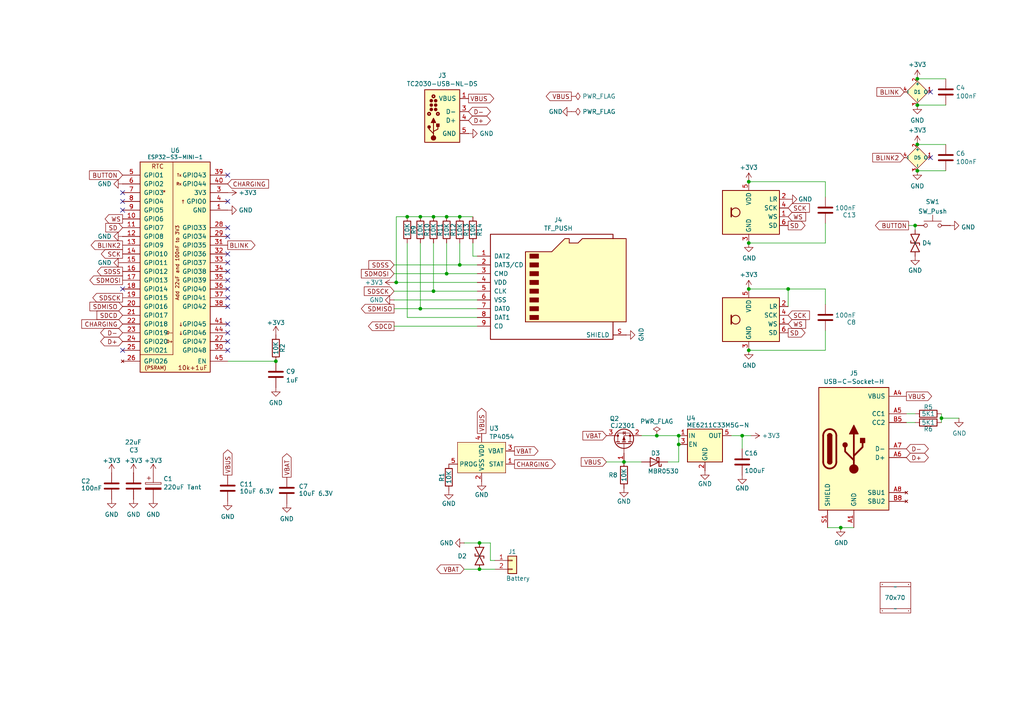
<source format=kicad_sch>
(kicad_sch (version 20231120) (generator "eeschema") (generator_version "8.0")
  (paper "A4")
  (title_block (title "Audio") (rev "1") (comment 1 "@TheRealRevK") (comment 2 "www.me.uk"))
  (lib_symbols
    (symbol "Connector_Generic:Conn_01x02" (pin_names (offset 1.016) hide)
      (property "Reference" "J" (at 0 2.54 0))
      (property "Value" "Conn_01x02" (at 0 -5.08 0))
      (symbol "Conn_01x02_1_1"
        (pin passive line (at -5.08 0 0) (length 3.81) (name "Pin_1") (number "1"))
        (pin passive line (at -5.08 -2.54 0) (length 3.81) (name "Pin_2") (number "2"))
      )
    )
    (symbol "Device:C" (pin_numbers hide) (pin_names (offset 0.254))
      (property "Reference" "C" (at 0.635 2.54 0))
      (property "Value" "C" (at 0.635 -2.54 0))
      (symbol "C_1_1"
        (pin passive line (at 0 3.81 270) (length 2.794) (name "~") (number "1"))
        (pin passive line (at 0 -3.81 90) (length 2.794) (name "~") (number "2"))
      )
    )
    (symbol "Device:C_Polarized" (pin_numbers hide) (pin_names (offset 0.254))
      (property "Reference" "C" (at 0.635 2.54 0))
      (property "Value" "C_Polarized" (at 0.635 -2.54 0))
      (symbol "C_Polarized_1_1"
        (pin passive line (at 0 3.81 270) (length 2.794) (name "~") (number "1"))
        (pin passive line (at 0 -3.81 90) (length 2.794) (name "~") (number "2"))
      )
    )
    (symbol "Device:D_Schottky" (pin_numbers hide) (pin_names (offset 1.016) hide)
      (property "Reference" "D" (at 0 2.54 0))
      (property "Value" "D_Schottky" (at 0 -2.54 0))
      (symbol "D_Schottky_1_1"
        (pin passive line (at -3.81 0 0) (length 2.54) (name "K") (number "1"))
        (pin passive line (at 3.81 0 180) (length 2.54) (name "A") (number "2"))
      )
    )
    (symbol "Device:R" (pin_numbers hide) (pin_names (offset 0))
      (property "Reference" "R" (at 2.032 0 90))
      (property "Value" "R" (at 0 0 90))
      (symbol "R_1_1"
        (pin passive line (at 0 3.81 270) (length 1.27) (name "~") (number "1"))
        (pin passive line (at 0 -3.81 90) (length 1.27) (name "~") (number "2"))
      )
    )
    (symbol "Regulator_Linear:TLV70033_SOT23-5" (pin_names (offset 0.254))
      (property "Reference" "U" (at -3.81 5.715 0))
      (property "Value" "TLV70033_SOT23-5" (at 0 5.715 0))
      (symbol "TLV70033_SOT23-5_1_1"
        (pin power_in line (at -7.62 2.54 0) (length 2.54) (name "IN") (number "1"))
        (pin power_in line (at 0 -7.62 90) (length 2.54) (name "GND") (number "2"))
        (pin input line (at -7.62 0 0) (length 2.54) (name "EN") (number "3"))
        (pin no_connect line (at 5.08 0 180) (length 2.54) hide (name "NC") (number "4"))
        (pin power_out line (at 7.62 2.54 180) (length 2.54) (name "OUT") (number "5"))
      )
    )
    (symbol "RevK:ES05D1MC10" (pin_numbers hide)
      (property "Reference" "D" (at 0 2.54 0))
      (symbol "ES05D1MC10_1_1"
        (pin passive line (at 3.81 0 180) (length 1.27) (name "~") (number "1"))
        (pin passive line (at -3.81 0 0) (length 1.27) (name "~") (number "2"))
      )
    )
    (symbol "RevK:ESP32-S3-MINI-1-N4R2" (pin_names (offset 1.016))
      (property "Reference" "U" (at 9.525 28.575 0))
      (property "Value" "ESP32-S3-MINI-1-N4R2" (at 0 31.115 0))
      (symbol "ESP32-S3-MINI-1-N4R2_1_1"
        (text "(PSRAM)" (at -5.715 -29.21 0) (effects (font (size 1 1))))
        (text "*" (at -3.175 21.59 0) (effects (font (size 1.27 1.27))))
        (text "10k+1uF" (at 5.08 -29.21 0) (effects (font (size 1.27 1.27))))
        (text "Add 22uF and 100nF to 3V3" (at 0.635 1.27 900) (effects (font (size 1 1))))
        (text "D+" (at -2.54 -21.59 0) (effects (font (size 0.8 0.8)) (justify left)))
        (text "D-" (at -2.54 -19.05 0) (effects (font (size 0.8 0.8)) (justify left)))
        (text "RTC" (at -5.08 29.21 0) (effects (font (size 1.27 1.27))))
        (text "Rx" (at 1.905 24.13 0) (effects (font (size 0.8 0.8)) (justify right)))
        (text "Tx" (at 1.905 26.67 0) (effects (font (size 0.8 0.8)) (justify right)))
        (text "↑" (at 3.175 19.05 0) (effects (font (size 1.27 1.27)) (justify right)))
        (text "↓" (at 2.54 -19.05 0) (effects (font (size 1.27 1.27)) (justify right)))
        (text "↓" (at 2.54 -16.51 0) (effects (font (size 1.27 1.27)) (justify right)))
        (pin power_in line (at 15.24 16.51 180) (length 5.08) (name "GND") (number "1"))
        (pin passive line (at -15.24 13.97 0) (length 5.08) (name "GPIO6") (number "10"))
        (pin passive line (at -15.24 11.43 0) (length 5.08) (name "GPIO7") (number "11"))
        (pin passive line (at -15.24 8.89 0) (length 5.08) (name "GPIO8") (number "12"))
        (pin passive line (at -15.24 6.35 0) (length 5.08) (name "GPIO9") (number "13"))
        (pin passive line (at -15.24 3.81 0) (length 5.08) (name "GPIO10") (number "14"))
        (pin passive line (at -15.24 1.27 0) (length 5.08) (name "GPIO11") (number "15"))
        (pin passive line (at -15.24 -1.27 0) (length 5.08) (name "GPIO12") (number "16"))
        (pin passive line (at -15.24 -3.81 0) (length 5.08) (name "GPIO13") (number "17"))
        (pin passive line (at -15.24 -6.35 0) (length 5.08) (name "GPIO14") (number "18"))
        (pin passive line (at -15.24 -8.89 0) (length 5.08) (name "GPIO15") (number "19"))
        (pin power_in line (at 15.24 16.51 180) (length 5.08) hide (name "GND") (number "2"))
        (pin passive line (at -15.24 -11.43 0) (length 5.08) (name "GPIO16") (number "20"))
        (pin passive line (at -15.24 -13.97 0) (length 5.08) (name "GPIO17") (number "21"))
        (pin passive line (at -15.24 -16.51 0) (length 5.08) (name "GPIO18") (number "22"))
        (pin passive line (at -15.24 -19.05 0) (length 5.08) (name "GPIO19") (number "23"))
        (pin passive line (at -15.24 -21.59 0) (length 5.08) (name "GPIO20") (number "24"))
        (pin passive line (at -15.24 -24.13 0) (length 5.08) (name "GPIO21") (number "25"))
        (pin no_connect line (at -15.24 -27.305 0) (length 5.08) (name "GPIO26") (number "26"))
        (pin passive line (at 15.24 -21.59 180) (length 5.08) (name "GPIO47") (number "27"))
        (pin passive line (at 15.24 11.43 180) (length 5.08) (name "GPIO33") (number "28"))
        (pin passive line (at 15.24 8.89 180) (length 5.08) (name "GPIO34") (number "29"))
        (pin power_in line (at 15.24 21.59 180) (length 5.08) (name "3V3") (number "3"))
        (pin passive line (at 15.24 -24.13 180) (length 5.08) (name "GPIO48") (number "30"))
        (pin passive line (at 15.24 6.35 180) (length 5.08) (name "GPIO35") (number "31"))
        (pin passive line (at 15.24 3.81 180) (length 5.08) (name "GPIO36") (number "32"))
        (pin passive line (at 15.24 1.27 180) (length 5.08) (name "GPIO37") (number "33"))
        (pin passive line (at 15.24 -1.27 180) (length 5.08) (name "GPIO38") (number "34"))
        (pin passive line (at 15.24 -3.81 180) (length 5.08) (name "GPIO39") (number "35"))
        (pin passive line (at 15.24 -6.35 180) (length 5.08) (name "GPIO40") (number "36"))
        (pin passive line (at 15.24 -8.89 180) (length 5.08) (name "GPIO41") (number "37"))
        (pin passive line (at 15.24 -11.43 180) (length 5.08) (name "GPIO42") (number "38"))
        (pin passive line (at 15.24 26.67 180) (length 5.08) (name "GPIO43") (number "39"))
        (pin passive line (at 15.24 19.05 180) (length 5.08) (name "GPIO0") (number "4"))
        (pin passive line (at 15.24 24.13 180) (length 5.08) (name "GPIO44") (number "40"))
        (pin passive line (at 15.24 -16.51 180) (length 5.08) (name "GPIO45") (number "41"))
        (pin power_in line (at 15.24 16.51 180) (length 5.08) hide (name "GND") (number "42"))
        (pin power_in line (at 15.24 16.51 180) (length 5.08) hide (name "GND") (number "43"))
        (pin passive line (at 15.24 -19.05 180) (length 5.08) (name "GPIO46") (number "44"))
        (pin input line (at 15.24 -27.305 180) (length 5.08) (name "EN") (number "45"))
        (pin power_in line (at 15.24 16.51 180) (length 5.08) hide (name "GND") (number "46"))
        (pin power_in line (at 15.24 16.51 180) (length 5.08) hide (name "GND") (number "47"))
        (pin power_in line (at 15.24 16.51 180) (length 5.08) hide (name "GND") (number "48"))
        (pin power_in line (at 15.24 16.51 180) (length 5.08) hide (name "GND") (number "49"))
        (pin passive line (at -15.24 26.67 0) (length 5.08) (name "GPIO1") (number "5"))
        (pin power_in line (at 15.24 16.51 180) (length 5.08) hide (name "GND") (number "50"))
        (pin power_in line (at 15.24 16.51 180) (length 5.08) hide (name "GND") (number "51"))
        (pin power_in line (at 15.24 16.51 180) (length 5.08) hide (name "GND") (number "52"))
        (pin power_in line (at 15.24 16.51 180) (length 5.08) hide (name "GND") (number "53"))
        (pin power_in line (at 15.24 16.51 180) (length 5.08) hide (name "GND") (number "54"))
        (pin power_in line (at 15.24 16.51 180) (length 5.08) hide (name "GND") (number "55"))
        (pin power_in line (at 15.24 16.51 180) (length 5.08) hide (name "GND") (number "56"))
        (pin power_in line (at 15.24 16.51 180) (length 5.08) hide (name "GND") (number "57"))
        (pin power_in line (at 15.24 16.51 180) (length 5.08) hide (name "GND") (number "58"))
        (pin power_in line (at 15.24 16.51 180) (length 5.08) hide (name "GND") (number "59"))
        (pin passive line (at -15.24 24.13 0) (length 5.08) (name "GPIO2") (number "6"))
        (pin power_in line (at 15.24 16.51 180) (length 5.08) hide (name "GND") (number "60"))
        (pin power_in line (at 15.24 16.51 180) (length 5.08) hide (name "GND") (number "61"))
        (pin power_in line (at 15.24 16.51 180) (length 5.08) hide (name "GND") (number "62"))
        (pin power_in line (at 15.24 16.51 180) (length 5.08) hide (name "GND") (number "63"))
        (pin power_in line (at 15.24 16.51 180) (length 5.08) hide (name "GND") (number "64"))
        (pin power_in line (at 15.24 16.51 180) (length 5.08) hide (name "GND") (number "65"))
        (pin passive line (at -15.24 21.59 0) (length 5.08) (name "GPIO3") (number "7"))
        (pin passive line (at -15.24 19.05 0) (length 5.08) (name "GPIO4") (number "8"))
        (pin passive line (at -15.24 16.51 0) (length 5.08) (name "GPIO5") (number "9"))
      )
    )
    (symbol "RevK:ICS43434_MEMS_Mic"
      (symbol "ICS43434_MEMS_Mic_1_1"
        (pin input line (at 11.43 -1.27 180) (length 2.54) (name "WS") (number "1"))
        (pin input line (at 11.43 3.81 180) (length 2.54) (name "LR") (number "2"))
        (pin power_in line (at 0 -8.89 90) (length 2.54) (name "GND") (number "3"))
        (pin input line (at 11.43 1.27 180) (length 2.54) (name "SCK") (number "4"))
        (pin power_in line (at 0 8.89 270) (length 2.54) (name "VDD") (number "5"))
        (pin output line (at 11.43 -3.81 180) (length 2.54) (name "SD") (number "6"))
      )
    )
    (symbol "RevK:PCB" (in_bom no)
      (property "Value" "XxY" (at 0 0 0))
    )
    (symbol "RevK:TC2030-USB-NL" (pin_names (offset 1.016)) (in_bom no)
      (property "Reference" "J" (at 0 10.922 0))
      (property "Value" "TC2030-USB-NL" (at 0 8.89 0))
      (symbol "TC2030-USB-NL_1_1"
        (pin passive line (at 7.62 5.08 180) (length 2.54) (name "VBUS") (number "1"))
        (pin passive line (at 7.62 5.08 180) (length 2.54) hide (name "VBUS") (number "2"))
        (pin bidirectional line (at 7.62 1.27 180) (length 2.54) (name "D-") (number "3"))
        (pin bidirectional line (at 7.62 -1.27 180) (length 2.54) (name "D+") (number "4"))
        (pin passive line (at 7.62 -5.08 180) (length 2.54) (name "GND") (number "5"))
        (pin passive line (at 7.62 -5.08 180) (length 2.54) hide (name "GND") (number "6"))
      )
    )
    (symbol "RevK:TF_PUSH" (pin_names (offset 1.016))
      (property "Reference" "J" (at -16.51 15.24 0))
      (property "Value" "TF_PUSH" (at 16.51 15.24 0))
      (symbol "TF_PUSH_1_1"
        (pin bidirectional line (at -22.86 7.62 0) (length 3.81) (name "DAT2") (number "1"))
        (pin bidirectional line (at -22.86 5.08 0) (length 3.81) (name "DAT3/CD") (number "2"))
        (pin input line (at -22.86 2.54 0) (length 3.81) (name "CMD") (number "3"))
        (pin power_in line (at -22.86 0 0) (length 3.81) (name "VDD") (number "4"))
        (pin input line (at -22.86 -2.54 0) (length 3.81) (name "CLK") (number "5"))
        (pin power_in line (at -22.86 -5.08 0) (length 3.81) (name "VSS") (number "6"))
        (pin bidirectional line (at -22.86 -7.62 0) (length 3.81) (name "DAT0") (number "7"))
        (pin bidirectional line (at -22.86 -10.16 0) (length 3.81) (name "DAT1") (number "8"))
        (pin bidirectional line (at -22.86 -12.7 0) (length 3.81) (name "CD") (number "9"))
        (pin passive line (at 20.32 -15.24 180) (length 3.81) (name "SHIELD") (number "S"))
      )
    )
    (symbol "RevK:TP4054"
      (property "Reference" "U" (at 4.445 -5.715 0))
      (property "Value" "TP4054" (at 3.81 5.715 0))
      (symbol "TP4054_1_1"
        (pin open_collector line (at 9.525 -1.905 180) (length 2.54) (name "STAT") (number "1"))
        (pin power_in line (at 0 -6.985 90) (length 2.54) (name "VSS") (number "2"))
        (pin power_out line (at 9.525 1.905 180) (length 2.54) (name "VBAT") (number "3"))
        (pin power_in line (at 0 6.985 270) (length 2.54) (name "VDD") (number "4"))
        (pin input line (at -9.525 -1.905 0) (length 2.54) (name "PROG") (number "5"))
      )
    )
    (symbol "RevK:USB-C-Socket-H" (pin_names (offset 1.016))
      (property "Reference" "J" (at -10.16 19.05 0))
      (property "Value" "USB-C-Socket-V" (at 0.635 12.7 0))
      (symbol "USB-C-Socket-H_1_1"
        (pin passive line (at 0 -22.86 90) (length 5.08) (name "GND") (number "A1"))
        (pin passive line (at 0 -22.86 90) (length 5.08) hide (name "GND") (number "A12"))
        (pin passive line (at 15.24 15.24 180) (length 5.08) (name "VBUS") (number "A4"))
        (pin bidirectional line (at 15.24 10.16 180) (length 5.08) (name "CC1") (number "A5"))
        (pin bidirectional line (at 15.24 -2.54 180) (length 5.08) (name "D+") (number "A6"))
        (pin bidirectional line (at 15.24 0 180) (length 5.08) (name "D-") (number "A7"))
        (pin no_connect line (at 15.24 -12.7 180) (length 5.08) (name "SBU1") (number "A8"))
        (pin passive line (at 15.24 15.24 180) (length 5.08) hide (name "VBUS") (number "A9"))
        (pin passive line (at 0 -22.86 90) (length 5.08) hide (name "GND") (number "B1"))
        (pin passive line (at 0 -22.86 90) (length 5.08) hide (name "GND") (number "B12"))
        (pin passive line (at 15.24 15.24 180) (length 5.08) hide (name "VBUS") (number "B4"))
        (pin bidirectional line (at 15.24 7.62 180) (length 5.08) (name "CC2") (number "B5"))
        (pin bidirectional line (at 15.24 -2.54 180) (length 5.08) hide (name "D+") (number "B6"))
        (pin bidirectional line (at 15.24 0 180) (length 5.08) hide (name "D-") (number "B7"))
        (pin no_connect line (at 15.24 -15.24 180) (length 5.08) (name "SBU2") (number "B8"))
        (pin passive line (at 15.24 15.24 180) (length 5.08) hide (name "VBUS") (number "B9"))
        (pin passive line (at -7.62 -22.86 90) (length 5.08) (name "SHIELD") (number "S1"))
      )
    )
    (symbol "RevK:VCUT" (in_bom no))
    (symbol "RevK:WS2812B-1mm" (pin_names (offset 0.254))
      (property "Reference" "D" (at 0 0 0))
      (symbol "WS2812B-1mm_1_1"
        (pin output line (at 3.81 0 180) (length 0.5) (name "O") (number "1"))
        (pin power_in line (at 0 -3.81 90) (length 0.5) (name "+") (number "2"))
        (pin power_in line (at 0 3.81 270) (length 0.5) (name "-") (number "3"))
        (pin input line (at -3.81 0 0) (length 0.5) (name "I") (number "4"))
      )
    )
    (symbol "Switch:SW_Push" (pin_numbers hide) (pin_names (offset 1.016) hide)
      (property "Reference" "SW" (at 1.27 2.54 0))
      (property "Value" "SW_Push" (at 0 -1.524 0))
      (symbol "SW_Push_0_1"
        (pin passive line (at -5.08 0 0) (length 2.54) (name "1") (number "1"))
        (pin passive line (at 5.08 0 180) (length 2.54) (name "2") (number "2"))
      )
    )
    (symbol "Transistor_FET:BSS83P" (pin_names hide)
      (property "Reference" "Q" (at 5.08 1.905 0))
      (property "Value" "BSS83P" (at 5.08 0 0))
      (symbol "BSS83P_1_1"
        (pin input line (at -5.08 0 0) (length 2.54) (name "G") (number "1"))
        (pin passive line (at 2.54 -5.08 90) (length 2.54) (name "S") (number "2"))
        (pin passive line (at 2.54 5.08 270) (length 2.54) (name "D") (number "3"))
      )
    )
    (symbol "power:+3.3V" (power) (pin_numbers hide) (pin_names (offset 0) hide)
      (property "Value" "+3.3V" (at 0 3.556 0))
      (symbol "+3.3V_1_1"
        (pin power_in line (at 0 0 90) (length 0) (name "~") (number "1"))
      )
    )
    (symbol "power:GND" (power) (pin_numbers hide) (pin_names (offset 0) hide)
      (property "Value" "GND" (at 0 -3.81 0))
      (symbol "GND_1_1"
        (pin power_in line (at 0 0 270) (length 0) (name "~") (number "1"))
      )
    )
    (symbol "power:PWR_FLAG" (power) (pin_numbers hide) (pin_names (offset 0) hide)
      (property "Value" "PWR_FLAG" (at 0 3.81 0))
      (symbol "PWR_FLAG_0_0"
        (pin power_out line (at 0 0 90) (length 0) (name "~") (number "1"))
      )
    )
  )
  (junction (at 139.065 165.1))
  (junction (at 121.92 62.865))
  (junction (at 266.065 22.86))
  (junction (at 217.17 70.485))
  (junction (at 114.935 81.915))
  (junction (at 196.85 126.365))
  (junction (at 129.54 79.375))
  (junction (at 125.73 62.865))
  (junction (at 125.73 84.455))
  (junction (at 118.11 62.865))
  (junction (at 217.17 101.6))
  (junction (at 129.54 62.865))
  (junction (at 265.43 65.405))
  (junction (at 228.6 83.82))
  (junction (at 133.35 76.835))
  (junction (at 190.5 126.365))
  (junction (at 243.84 153.035))
  (junction (at 133.35 62.865))
  (junction (at 266.065 41.91))
  (junction (at 217.17 52.705))
  (junction (at 196.85 128.905))
  (junction (at 139.065 157.48))
  (junction (at 121.92 89.535))
  (junction (at 266.065 49.53))
  (junction (at 266.065 30.48))
  (junction (at 273.05 121.285))
  (junction (at 217.17 83.82))
  (junction (at 180.975 133.985))
  (junction (at 80.01 104.775))
  (junction (at 215.265 126.365))
  (no_connect (at 35.56 101.6))
  (no_connect (at 66.04 88.9))
  (no_connect (at 269.875 45.72))
  (no_connect (at 66.04 50.8))
  (no_connect (at 35.56 58.42))
  (no_connect (at 66.04 101.6))
  (no_connect (at 66.04 96.52))
  (no_connect (at 66.04 58.42))
  (no_connect (at 66.04 73.66))
  (no_connect (at 35.56 83.82))
  (no_connect (at 66.04 86.36))
  (no_connect (at 35.56 60.96))
  (no_connect (at 66.04 81.28))
  (no_connect (at 66.04 66.04))
  (no_connect (at 66.04 76.2))
  (no_connect (at 66.04 93.98))
  (no_connect (at 66.04 78.74))
  (no_connect (at 35.56 55.88))
  (no_connect (at 66.04 99.06))
  (no_connect (at 66.04 68.58))
  (no_connect (at 269.875 26.67))
  (no_connect (at 66.04 83.82))
  (wire (pts (xy 125.73 84.455) (xy 138.43 84.455)))
  (wire (pts (xy 175.895 133.985) (xy 180.975 133.985)))
  (wire (pts (xy 273.05 121.285) (xy 273.05 122.555)))
  (wire (pts (xy 125.73 70.485) (xy 125.73 84.455)))
  (wire (pts (xy 114.3 86.995) (xy 138.43 86.995)))
  (wire (pts (xy 121.92 70.485) (xy 121.92 89.535)))
  (wire (pts (xy 125.73 62.865) (xy 129.54 62.865)))
  (wire (pts (xy 137.16 70.485) (xy 137.16 74.295)))
  (wire (pts (xy 215.265 126.365) (xy 217.805 126.365)))
  (wire (pts (xy 196.85 126.365) (xy 196.85 128.905)))
  (wire (pts (xy 266.065 22.86) (xy 274.32 22.86)))
  (wire (pts (xy 118.11 70.485) (xy 118.11 92.075)))
  (wire (pts (xy 186.055 126.365) (xy 190.5 126.365)))
  (wire (pts (xy 217.17 101.6) (xy 239.395 101.6)))
  (wire (pts (xy 139.065 157.48) (xy 142.24 157.48)))
  (wire (pts (xy 239.395 52.705) (xy 239.395 57.15)))
  (wire (pts (xy 134.62 157.48) (xy 139.065 157.48)))
  (wire (pts (xy 142.24 157.48) (xy 142.24 162.56)))
  (wire (pts (xy 133.35 62.865) (xy 137.16 62.865)))
  (wire (pts (xy 186.055 133.985) (xy 180.975 133.985)))
  (wire (pts (xy 212.09 126.365) (xy 215.265 126.365)))
  (wire (pts (xy 121.92 62.865) (xy 125.73 62.865)))
  (wire (pts (xy 129.54 62.865) (xy 133.35 62.865)))
  (wire (pts (xy 134.62 165.1) (xy 139.065 165.1)))
  (wire (pts (xy 240.03 153.035) (xy 243.84 153.035)))
  (wire (pts (xy 217.17 52.705) (xy 239.395 52.705)))
  (wire (pts (xy 114.3 89.535) (xy 121.92 89.535)))
  (wire (pts (xy 196.85 128.905) (xy 196.85 133.985)))
  (wire (pts (xy 215.265 126.365) (xy 215.265 130.175)))
  (wire (pts (xy 228.6 83.82) (xy 228.6 88.9)))
  (wire (pts (xy 239.395 101.6) (xy 239.395 95.885)))
  (wire (pts (xy 278.13 121.285) (xy 273.05 121.285)))
  (wire (pts (xy 266.065 30.48) (xy 274.32 30.48)))
  (wire (pts (xy 228.6 83.82) (xy 239.395 83.82)))
  (wire (pts (xy 118.11 62.865) (xy 121.92 62.865)))
  (wire (pts (xy 239.395 70.485) (xy 239.395 64.77)))
  (wire (pts (xy 217.17 83.82) (xy 228.6 83.82)))
  (wire (pts (xy 114.3 79.375) (xy 129.54 79.375)))
  (wire (pts (xy 114.935 62.865) (xy 114.935 81.915)))
  (wire (pts (xy 273.05 120.015) (xy 273.05 121.285)))
  (wire (pts (xy 114.935 81.915) (xy 138.43 81.915)))
  (wire (pts (xy 137.16 74.295) (xy 138.43 74.295)))
  (wire (pts (xy 133.35 70.485) (xy 133.35 76.835)))
  (wire (pts (xy 114.3 84.455) (xy 125.73 84.455)))
  (wire (pts (xy 114.3 81.915) (xy 114.935 81.915)))
  (wire (pts (xy 266.065 41.91) (xy 274.32 41.91)))
  (wire (pts (xy 262.89 120.015) (xy 265.43 120.015)))
  (wire (pts (xy 247.65 153.035) (xy 243.84 153.035)))
  (wire (pts (xy 118.11 92.075) (xy 138.43 92.075)))
  (wire (pts (xy 262.89 122.555) (xy 265.43 122.555)))
  (wire (pts (xy 239.395 83.82) (xy 239.395 88.265)))
  (wire (pts (xy 142.24 162.56) (xy 143.51 162.56)))
  (wire (pts (xy 263.525 65.405) (xy 265.43 65.405)))
  (wire (pts (xy 129.54 79.375) (xy 138.43 79.375)))
  (wire (pts (xy 114.3 94.615) (xy 138.43 94.615)))
  (wire (pts (xy 129.54 70.485) (xy 129.54 79.375)))
  (wire (pts (xy 217.17 70.485) (xy 239.395 70.485)))
  (wire (pts (xy 265.43 65.405) (xy 265.43 66.675)))
  (wire (pts (xy 118.11 62.865) (xy 114.935 62.865)))
  (wire (pts (xy 66.04 104.775) (xy 80.01 104.775)))
  (wire (pts (xy 266.065 49.53) (xy 274.32 49.53)))
  (wire (pts (xy 139.065 165.1) (xy 143.51 165.1)))
  (wire (pts (xy 114.3 76.835) (xy 133.35 76.835)))
  (wire (pts (xy 133.35 76.835) (xy 138.43 76.835)))
  (wire (pts (xy 121.92 89.535) (xy 138.43 89.535)))
  (wire (pts (xy 190.5 126.365) (xy 196.85 126.365)))
  (wire (pts (xy 193.675 133.985) (xy 196.85 133.985)))
  (global_label "BUTTON" (shape input) (at 35.56 50.8 180) (property "Intersheetrefs" "${INTERSHEET_REFS}" (effects (hide yes))))
  (global_label "D+" (shape bidirectional) (at 135.89 34.925 0) (property "Intersheetrefs" "${INTERSHEET_REFS}" (effects (hide yes))))
  (global_label "CHARGING" (shape input) (at 35.56 93.98 180) (property "Intersheetrefs" "${INTERSHEET_REFS}" (effects (hide yes))))
  (global_label "VBUS" (shape input) (at 175.895 133.985 180) (property "Intersheetrefs" "${INTERSHEET_REFS}" (effects (hide yes))))
  (global_label "WS" (shape input) (at 228.6 62.865 0) (property "Intersheetrefs" "${INTERSHEET_REFS}" (effects (hide yes))))
  (global_label "D+" (shape bidirectional) (at 35.56 99.06 180) (property "Intersheetrefs" "${INTERSHEET_REFS}" (effects (hide yes))))
  (global_label "SD" (shape output) (at 228.6 96.52 0) (property "Intersheetrefs" "${INTERSHEET_REFS}" (effects (hide yes))))
  (global_label "SDMOSI" (shape output) (at 35.56 81.28 180) (property "Intersheetrefs" "${INTERSHEET_REFS}" (effects (hide yes))))
  (global_label "SCK" (shape output) (at 35.56 73.66 180) (property "Intersheetrefs" "${INTERSHEET_REFS}" (effects (hide yes))))
  (global_label "CHARGING" (shape output) (at 149.225 134.62 0) (property "Intersheetrefs" "${INTERSHEET_REFS}" (effects (hide yes))))
  (global_label "VBUS" (shape output) (at 139.7 125.73 90) (property "Intersheetrefs" "${INTERSHEET_REFS}" (effects (hide yes))))
  (global_label "VBUS" (shape output) (at 135.89 28.575 0) (property "Intersheetrefs" "${INTERSHEET_REFS}" (effects (hide yes))))
  (global_label "CHARGING" (shape input) (at 66.04 53.34 0) (property "Intersheetrefs" "${INTERSHEET_REFS}" (effects (hide yes))))
  (global_label "VBUS" (shape output) (at 262.89 114.935 0) (property "Intersheetrefs" "${INTERSHEET_REFS}" (effects (hide yes))))
  (global_label "VBAT" (shape output) (at 83.185 138.43 90) (property "Intersheetrefs" "${INTERSHEET_REFS}" (effects (hide yes))))
  (global_label "VBAT" (shape input) (at 175.895 126.365 180) (property "Intersheetrefs" "${INTERSHEET_REFS}" (effects (hide yes))))
  (global_label "D-" (shape bidirectional) (at 135.89 32.385 0) (property "Intersheetrefs" "${INTERSHEET_REFS}" (effects (hide yes))))
  (global_label "VBAT" (shape output) (at 149.225 130.81 0) (property "Intersheetrefs" "${INTERSHEET_REFS}" (effects (hide yes))))
  (global_label "D-" (shape bidirectional) (at 262.89 130.175 0) (property "Intersheetrefs" "${INTERSHEET_REFS}" (effects (hide yes))))
  (global_label "VBUS" (shape output) (at 165.735 27.94 180) (property "Intersheetrefs" "${INTERSHEET_REFS}" (effects (hide yes))))
  (global_label "BLINK" (shape input) (at 262.255 26.67 180) (property "Intersheetrefs" "${INTERSHEET_REFS}" (effects (hide yes))))
  (global_label "SD" (shape output) (at 228.6 65.405 0) (property "Intersheetrefs" "${INTERSHEET_REFS}" (effects (hide yes))))
  (global_label "BLINK2" (shape output) (at 35.56 71.12 180) (property "Intersheetrefs" "${INTERSHEET_REFS}" (effects (hide yes))))
  (global_label "D+" (shape bidirectional) (at 262.89 132.715 0) (property "Intersheetrefs" "${INTERSHEET_REFS}" (effects (hide yes))))
  (global_label "SDSCK" (shape input) (at 114.3 84.455 180) (property "Intersheetrefs" "${INTERSHEET_REFS}" (effects (hide yes))))
  (global_label "SDMOSI" (shape input) (at 114.3 79.375 180) (property "Intersheetrefs" "${INTERSHEET_REFS}" (effects (hide yes))))
  (global_label "SD" (shape input) (at 35.56 66.04 180) (property "Intersheetrefs" "${INTERSHEET_REFS}" (effects (hide yes))))
  (global_label "WS" (shape output) (at 35.56 63.5 180) (property "Intersheetrefs" "${INTERSHEET_REFS}" (effects (hide yes))))
  (global_label "SDSCK" (shape output) (at 35.56 86.36 180) (property "Intersheetrefs" "${INTERSHEET_REFS}" (effects (hide yes))))
  (global_label "SDMISO" (shape input) (at 35.56 88.9 180) (property "Intersheetrefs" "${INTERSHEET_REFS}" (effects (hide yes))))
  (global_label "SDSS" (shape output) (at 35.56 78.74 180) (property "Intersheetrefs" "${INTERSHEET_REFS}" (effects (hide yes))))
  (global_label "WS" (shape input) (at 228.6 93.98 0) (property "Intersheetrefs" "${INTERSHEET_REFS}" (effects (hide yes))))
  (global_label "BLINK2" (shape input) (at 262.255 45.72 180) (property "Intersheetrefs" "${INTERSHEET_REFS}" (effects (hide yes))))
  (global_label "BLINK" (shape output) (at 66.04 71.12 0) (property "Intersheetrefs" "${INTERSHEET_REFS}" (effects (hide yes))))
  (global_label "VBUS" (shape output) (at 66.04 137.795 90) (property "Intersheetrefs" "${INTERSHEET_REFS}" (effects (hide yes))))
  (global_label "D-" (shape bidirectional) (at 35.56 96.52 180) (property "Intersheetrefs" "${INTERSHEET_REFS}" (effects (hide yes))))
  (global_label "VBAT" (shape bidirectional) (at 134.62 165.1 180) (property "Intersheetrefs" "${INTERSHEET_REFS}" (effects (hide yes))))
  (global_label "SCK" (shape input) (at 228.6 91.44 0) (property "Intersheetrefs" "${INTERSHEET_REFS}" (effects (hide yes))))
  (global_label "SDSS" (shape input) (at 114.3 76.835 180) (property "Intersheetrefs" "${INTERSHEET_REFS}" (effects (hide yes))))
  (global_label "BUTTON" (shape output) (at 263.525 65.405 180) (property "Intersheetrefs" "${INTERSHEET_REFS}" (effects (hide yes))))
  (global_label "SDCD" (shape input) (at 35.56 91.44 180) (property "Intersheetrefs" "${INTERSHEET_REFS}" (effects (hide yes))))
  (global_label "SCK" (shape input) (at 228.6 60.325 0) (property "Intersheetrefs" "${INTERSHEET_REFS}" (effects (hide yes))))
  (global_label "SDCD" (shape output) (at 114.3 94.615 180) (property "Intersheetrefs" "${INTERSHEET_REFS}" (effects (hide yes))))
  (global_label "SDMISO" (shape output) (at 114.3 89.535 180) (property "Intersheetrefs" "${INTERSHEET_REFS}" (effects (hide yes))))
  (symbol (lib_id "Device:R") (at 269.24 120.015 90) (unit 1)
    (property "Reference" "R5" (at 269.24 118.11 90))
    (property "Value" "5K1" (at 269.24 120.015 90))
    (property "Footprint" "RevK:R_0402" (effects (hide yes)))
    (property "Description" "Resistor" (effects (hide yes)))
  )
  (symbol (lib_id "power:GND") (at 278.13 121.285 0) (unit 1)
    (property "Reference" "#PWR011" (effects (hide yes)))
    (property "Value" "GND" (at 278.257 125.6792 0))
    (property "Description" "Power symbol creates a global label with name \"GND\" , ground" (effects (hide yes)))
  )
  (symbol (lib_id "power:GND") (at 243.84 153.035 0) (unit 1)
    (property "Reference" "#PWR012" (effects (hide yes)))
    (property "Value" "GND" (at 243.967 157.4292 0))
    (property "Description" "Power symbol creates a global label with name \"GND\" , ground" (effects (hide yes)))
  )
  (symbol (lib_id "Device:R") (at 269.24 122.555 270) (unit 1)
    (property "Reference" "R6" (at 269.24 124.46 90))
    (property "Value" "5K1" (at 269.24 122.555 90))
    (property "Footprint" "RevK:R_0402" (effects (hide yes)))
    (property "Description" "Resistor" (effects (hide yes)))
  )
  (symbol (lib_id "power:PWR_FLAG") (at 165.735 27.94 270) (unit 1)
    (property "Reference" "#FLG01" (effects (hide yes)))
    (property "Value" "PWR_FLAG" (at 168.91 27.94 90) (effects (justify left)))
    (property "Description" "Special symbol for telling ERC where power comes from" (effects (hide yes)))
  )
  (symbol (lib_id "power:PWR_FLAG") (at 165.735 32.385 270) (unit 1)
    (property "Reference" "#FLG02" (effects (hide yes)))
    (property "Value" "PWR_FLAG" (at 168.91 32.385 90) (effects (justify left)))
    (property "Description" "Special symbol for telling ERC where power comes from" (effects (hide yes)))
  )
  (symbol (lib_id "Transistor_FET:BSS83P") (at 180.975 128.905 90) (unit 1)
    (property "Reference" "Q2" (at 179.578 121.412 90) (effects (justify left)))
    (property "Value" "CJ2301" (at 184.277 123.444 90) (effects (justify left)))
    (property "Footprint" "RevK:SOT-23" (effects (hide yes)))
    (property "Datasheet" "http://www.farnell.com/datasheets/1835997.pdf" (effects (hide yes)))
    (property "LCSC Part #" "C5224170" (effects (hide yes)))
    (property "JLCPCB Rotation Offset" "180" (effects (hide yes)))
  )
  (symbol (lib_id "power:GND") (at 204.47 136.525 0) (unit 1)
    (property "Reference" "#PWR036" (effects (hide yes)))
    (property "Value" "GND" (at 204.47 140.335 0))
  )
  (symbol (lib_id "RevK:TF_PUSH") (at 161.29 81.915 0) (unit 1)
    (property "Reference" "J4" (at 161.925 63.8007 0))
    (property "Value" "TF_PUSH" (at 161.925 66.2249 0))
    (property "Footprint" "RevK:TF_PUSH" (effects (hide yes)))
    (property "Datasheet" "https://datasheet.lcsc.com/lcsc/1912111437_SHOU-HAN-TF-PUSH_C393941.pdf" (effects (hide yes)))
    (property "LCSC Part #" "C393941" (effects (hide yes)))
    (property "JLCPCB Position Offset" "0,3.075" (effects (hide yes)))
  )
  (symbol (lib_id "Device:R") (at 121.92 66.675 0) (unit 1)
    (property "Reference" "R10" (at 123.825 66.675 90))
    (property "Value" "10K" (at 121.92 66.675 90))
    (property "Footprint" "RevK:R_0402" (effects (hide yes)))
  )
  (symbol (lib_id "power:GND") (at 80.01 112.395 0) (unit 1)
    (property "Reference" "#PWR022" (effects (hide yes)))
    (property "Value" "GND" (at 80.01 116.8384 0))
    (property "Description" "Power symbol creates a global label with name \"GND\" , ground" (effects (hide yes)))
  )
  (symbol (lib_id "Device:C") (at 66.04 141.605 0) (unit 1)
    (property "Reference" "C11" (at 69.469 140.462 0) (effects (justify left)))
    (property "Value" "10uF 6.3V" (at 69.469 142.494 0) (effects (justify left)))
    (property "Footprint" "RevK:C_0402" (effects (hide yes)))
    (property "LCSC Part #" "C194427" (effects (hide yes)))
  )
  (symbol (lib_id "RevK:ICS43434_MEMS_Mic") (at 217.17 61.595 0) (unit 1)
    (property "Reference" "U2" (effects (hide yes)))
    (property "Value" "L" (effects (hide yes)))
    (property "Footprint" "RevK:ICS43434_MEMS_Mic" (effects (hide yes)))
    (property "Datasheet" "https://www.lcsc.com/datasheet/lcsc_datasheet_2312010321_TDK-InvenSense-ICS-43434_C5656610.pdf" (effects (hide yes)))
    (property "Description" "I2S Microphone" (effects (hide yes)))
    (property "LCSC Part #" "C5656610" (effects (hide yes)))
  )
  (symbol (lib_id "power:PWR_FLAG") (at 190.5 126.365 0) (unit 1)
    (property "Reference" "#FLG04" (effects (hide yes)))
    (property "Value" "PWR_FLAG" (at 190.5 122.2319 0))
  )
  (symbol (lib_id "Regulator_Linear:TLV70033_SOT23-5") (at 204.47 128.905 0) (unit 1)
    (property "Reference" "U4" (at 200.406 121.285 0))
    (property "Value" "ME6211C33M5G-N" (at 199.136 123.317 0) (effects (justify left)))
    (property "Footprint" "RevK:SOT-23-5" (effects (hide yes)))
    (property "Datasheet" "http://www.ti.com/lit/ds/symlink/tlv700.pdf" (effects (hide yes)))
    (property "LCSC Part #" "C82942" (effects (hide yes)))
    (property "JLCPCB Rotation Offset" "-90" (effects (hide yes)))
  )
  (symbol (lib_id "power:GND") (at 217.17 70.485 0) (unit 1)
    (property "Reference" "#PWR029" (effects (hide yes)))
    (property "Value" "GND" (at 217.297 74.8792 0))
    (property "Description" "Power symbol creates a global label with name \"GND\" , ground" (effects (hide yes)))
  )
  (symbol (lib_id "Device:R") (at 133.35 66.675 0) (unit 1)
    (property "Reference" "R13" (at 135.255 66.675 90))
    (property "Value" "10K" (at 133.35 66.675 90))
    (property "Footprint" "RevK:R_0402" (effects (hide yes)))
  )
  (symbol (lib_id "Device:R") (at 125.73 66.675 0) (unit 1)
    (property "Reference" "R11" (at 127.635 66.675 90))
    (property "Value" "10K" (at 125.73 66.675 90))
    (property "Footprint" "RevK:R_0402" (effects (hide yes)))
  )
  (symbol (lib_id "power:GND") (at 228.6 57.785 90) (unit 1)
    (property "Reference" "#PWR07" (effects (hide yes)))
    (property "Value" "GND" (at 233.553 57.785 90))
    (property "Description" "Power symbol creates a global label with name \"GND\" , ground" (effects (hide yes)))
  )
  (symbol (lib_id "power:+3.3V") (at 32.385 137.16 0) (unit 1)
    (property "Reference" "#PWR023" (effects (hide yes)))
    (property "Value" "+3V3" (at 32.385 133.5842 0))
    (property "Description" "Power symbol creates a global label with name \"+3.3V\"" (effects (hide yes)))
  )
  (symbol (lib_id "power:GND") (at 265.43 74.295 0) (unit 1)
    (property "Reference" "#PWR024" (effects (hide yes)))
    (property "Value" "GND" (at 265.43 78.4281 0))
  )
  (symbol (lib_id "power:+3.3V") (at 44.45 137.16 0) (unit 1)
    (property "Reference" "#PWR010" (effects (hide yes)))
    (property "Value" "+3V3" (at 44.45 133.5842 0))
    (property "Description" "Power symbol creates a global label with name \"+3.3V\"" (effects (hide yes)))
  )
  (symbol (lib_id "power:GND") (at 114.3 86.995 270) (unit 1)
    (property "Reference" "#PWR028" (effects (hide yes)))
    (property "Value" "GND" (at 109.22 86.995 90))
    (property "Description" "Power symbol creates a global label with name \"GND\" , ground" (effects (hide yes)))
  )
  (symbol (lib_id "power:+3.3V") (at 266.065 22.86 0) (unit 1)
    (property "Reference" "#PWR01" (effects (hide yes)))
    (property "Value" "+3V3" (at 266.065 18.7269 0))
    (property "Description" "Power symbol creates a global label with name \"+3.3V\"" (effects (hide yes)))
  )
  (symbol (lib_id "Device:D_Schottky") (at 189.865 133.985 180) (unit 1)
    (property "Reference" "D3" (at 190.119 131.445 0))
    (property "Value" "MBR0530" (at 192.405 136.652 0))
    (property "Footprint" "RevK:D_SOD-123" (effects (hide yes)))
    (property "LCSC Part " "C5204746" (effects (hide yes)))
  )
  (symbol (lib_id "Device:C") (at 38.735 140.97 0) (unit 1)
    (property "Reference" "C3" (at 37.465 130.556 0) (effects (justify left)))
    (property "Value" "22uF" (at 36.195 128.27 0) (effects (justify left)))
    (property "Footprint" "RevK:C_0603" (effects (hide yes)))
  )
  (symbol (lib_id "RevK:ESP32-S3-MINI-1-N4R2") (at 50.8 77.47 0) (unit 1)
    (property "Reference" "U6" (at 50.8 43.6332 0))
    (property "Value" "ESP32-S3-MINI-1" (at 50.8 45.5696 0) (effects (font (size 1.1 1.1))))
    (property "Footprint" "RevK:ESP32-S3-MINI-1" (effects (hide yes)))
    (property "Datasheet" "https://www.espressif.com/sites/default/files/documentation/esp32-s3-mini-1_mini-1u_datasheet_en.pdf" (effects (hide yes)))
    (property "LCSC Part #" "C3013941" (effects (hide yes)))
  )
  (symbol (lib_id "power:+3.3V") (at 66.04 55.88 270) (unit 1)
    (property "Reference" "#PWR019" (effects (hide yes)))
    (property "Value" "+3V3" (at 69.215 55.88 90) (effects (justify left)))
    (property "Description" "Power symbol creates a global label with name \"+3.3V\"" (effects (hide yes)))
  )
  (symbol (lib_id "power:GND") (at 35.56 53.34 270) (unit 1)
    (property "Reference" "#PWR05" (effects (hide yes)))
    (property "Value" "GND" (at 32.3851 53.34 90) (effects (justify right)))
    (property "Description" "Power symbol creates a global label with name \"GND\" , ground" (effects (hide yes)))
  )
  (symbol (lib_id "power:+3.3V") (at 80.01 97.155 0) (unit 1)
    (property "Reference" "#PWR021" (effects (hide yes)))
    (property "Value" "+3V3" (at 80.01 93.5792 0))
    (property "Description" "Power symbol creates a global label with name \"+3.3V\"" (effects (hide yes)))
  )
  (symbol (lib_id "RevK:TP4054") (at 139.7 132.715 0) (unit 1)
    (property "Reference" "U3" (at 141.8941 124.2527 0) (effects (justify left)))
    (property "Value" "TP4054" (at 141.8941 126.6769 0) (effects (justify left)))
    (property "Footprint" "RevK:SOT-23-5" (effects (hide yes)))
    (property "Datasheet" "https://www.lcsc.com/datasheet/lcsc_datasheet_2409241408_UMW-Youtai-Semiconductor-Co---Ltd--TP4054_C668215.pdf" (effects (hide yes)))
    (property "LCSC Part #" "C668215" (effects (hide yes)))
    (property "JLCPCB Rotation Offset" "180" (effects (hide yes)))
  )
  (symbol (lib_id "Device:C") (at 274.32 45.72 0) (mirror y) (unit 1)
    (property "Reference" "C6" (at 277.241 44.5078 0) (effects (justify right)))
    (property "Value" "100nF" (at 277.241 46.9321 0) (effects (justify right)))
    (property "Footprint" "RevK:C_0402" (effects (hide yes)))
  )
  (symbol (lib_id "RevK:ES05D1MC10") (at 265.43 70.485 90) (unit 1)
    (property "Reference" "D4" (at 267.462 70.485 90) (effects (justify right)))
    (property "Value" "~" (at 265.43 70.485 0))
    (property "Footprint" "RevK:DFN1006-2L" (effects (hide yes)))
    (property "LCSC Part #" "C5137770" (effects (hide yes)))
  )
  (symbol (lib_id "power:GND") (at 180.975 141.605 0) (unit 1)
    (property "Reference" "#PWR034" (effects (hide yes)))
    (property "Value" "GND" (at 180.975 145.415 0))
  )
  (symbol (lib_id "Device:R") (at 129.54 66.675 0) (unit 1)
    (property "Reference" "R12" (at 131.445 66.675 90))
    (property "Value" "10K" (at 129.54 66.675 90))
    (property "Footprint" "RevK:R_0402" (effects (hide yes)))
  )
  (symbol (lib_id "power:+3.3V") (at 38.735 137.16 0) (unit 1)
    (property "Reference" "#PWR017" (effects (hide yes)))
    (property "Value" "+3V3" (at 38.735 133.5842 0))
    (property "Description" "Power symbol creates a global label with name \"+3.3V\"" (effects (hide yes)))
  )
  (symbol (lib_id "power:GND") (at 66.04 145.415 0) (unit 1)
    (property "Reference" "#PWR038" (effects (hide yes)))
    (property "Value" "GND" (at 66.04 149.8584 0))
    (property "Description" "Power symbol creates a global label with name \"GND\" , ground" (effects (hide yes)))
  )
  (symbol (lib_id "power:GND") (at 266.065 49.53 0) (unit 1)
    (property "Reference" "#PWR035" (effects (hide yes)))
    (property "Value" "GND" (at 266.065 53.9734 0))
    (property "Description" "Power symbol creates a global label with name \"GND\" , ground" (effects (hide yes)))
  )
  (symbol (lib_id "Device:R") (at 137.16 66.675 0) (unit 1)
    (property "Reference" "R14" (at 139.065 66.675 90))
    (property "Value" "10K" (at 137.16 66.675 90))
    (property "Footprint" "RevK:R_0402" (effects (hide yes)))
  )
  (symbol (lib_id "RevK:TC2030-USB-NL") (at 128.27 33.655 0) (unit 1) (in_bom no)
    (property "Reference" "J3" (at 128.27 21.8905 0))
    (property "Value" "TC2030-USB-NL-DS" (at 128.27 24.3148 0))
    (property "Footprint" "RevK:Tag-Connect_TC2030-IDC-NL_2x03_P1.27mm_Vertical" (effects (hide yes)))
    (property "Datasheet" " ~" (effects (hide yes)))
    (property "Description" "TC2030-USB-NL" (effects (hide yes)))
  )
  (symbol (lib_id "RevK:WS2812B-1mm") (at 266.065 45.72 0) (mirror x) (unit 1)
    (property "Reference" "D5" (at 266.065 45.72 0) (effects (font (size 1 1))))
    (property "Value" "XL-1010RGBC-WS2812B" (effects (hide yes)))
    (property "Footprint" "RevK:SMD1010" (effects (hide yes)))
    (property "Datasheet" "https://datasheet.lcsc.com/lcsc/2301111010_XINGLIGHT-XL-1010RGBC-WS2812B_C5349953.pdf" (effects (hide yes)))
    (property "Description" "RGB LED with integrated controller" (effects (hide yes)))
    (property "LCSC Part #" "C5349953" (effects (hide yes)))
  )
  (symbol (lib_id "power:GND") (at 181.61 97.155 90) (unit 1)
    (property "Reference" "#PWR031" (effects (hide yes)))
    (property "Value" "GND" (at 186.0042 97.028 0))
  )
  (symbol (lib_id "power:+3.3V") (at 217.17 83.82 0) (unit 1)
    (property "Reference" "#PWR02" (effects (hide yes)))
    (property "Value" "+3V3" (at 217.17 79.6869 0))
    (property "Description" "Power symbol creates a global label with name \"+3.3V\"" (effects (hide yes)))
  )
  (symbol (lib_id "power:GND") (at 66.04 60.96 90) (unit 1)
    (property "Reference" "#PWR020" (effects (hide yes)))
    (property "Value" "GND" (at 69.215 60.96 90) (effects (justify right)))
    (property "Description" "Power symbol creates a global label with name \"GND\" , ground" (effects (hide yes)))
  )
  (symbol (lib_id "Connector_Generic:Conn_01x02") (at 148.59 162.56 0) (unit 1)
    (property "Reference" "J1" (at 148.59 160.02 0))
    (property "Value" "Battery" (at 150.241 167.767 0))
    (property "Footprint" "RevK:1.25T-2PWT (Molex 532610271)" (effects (hide yes)))
    (property "LCSC Part #" "C177225" (effects (hide yes)))
  )
  (symbol (lib_id "power:+3.3V") (at 114.3 81.915 90) (unit 1)
    (property "Reference" "#PWR03" (effects (hide yes)))
    (property "Value" "+3V3" (at 111.125 81.915 90) (effects (justify left)))
    (property "Description" "Power symbol creates a global label with name \"+3.3V\"" (effects (hide yes)))
  )
  (symbol (lib_id "power:GND") (at 83.185 146.05 0) (unit 1)
    (property "Reference" "#PWR06" (effects (hide yes)))
    (property "Value" "GND" (at 83.185 150.4934 0))
    (property "Description" "Power symbol creates a global label with name \"GND\" , ground" (effects (hide yes)))
  )
  (symbol (lib_id "RevK:USB-C-Socket-H") (at 247.65 130.175 0) (unit 1)
    (property "Reference" "J5" (at 247.65 108.2507 0))
    (property "Value" "USB-C-Socket-H" (at 247.65 110.6749 0))
    (property "Footprint" "RevK:USB-C-Socket-H" (effects (hide yes)))
    (property "Description" "USB 2.0-only Type-C Receptacle connector" (effects (hide yes)))
    (property "LCSC Part #" "C709357" (effects (hide yes)))
  )
  (symbol (lib_id "Device:C") (at 274.32 26.67 0) (mirror y) (unit 1)
    (property "Reference" "C4" (at 277.241 25.4578 0) (effects (justify right)))
    (property "Value" "100nF" (at 277.241 27.8821 0) (effects (justify right)))
    (property "Footprint" "RevK:C_0402" (effects (hide yes)))
  )
  (symbol (lib_id "Device:C_Polarized") (at 44.45 140.97 0) (unit 1)
    (property "Reference" "C1" (at 47.371 138.8688 0) (effects (justify left)))
    (property "Value" "220uF Tant" (at 47.371 141.2931 0) (effects (justify left)))
    (property "Footprint" "RevK:CP_EIA-3528-21_Kemet-B" (effects (hide yes)))
    (property "Description" "Polarized capacitor" (effects (hide yes)))
    (property "LCSC Part #" "C122649" (effects (hide yes)))
    (property "JLCPCB Rotation Offset" "180" (effects (hide yes)))
  )
  (symbol (lib_id "RevK:ICS43434_MEMS_Mic") (at 217.17 92.71 0) (unit 1)
    (property "Reference" "U1" (effects (hide yes)))
    (property "Value" "R" (effects (hide yes)))
    (property "Footprint" "RevK:ICS43434_MEMS_Mic" (effects (hide yes)))
    (property "Datasheet" "https://www.lcsc.com/datasheet/lcsc_datasheet_2312010321_TDK-InvenSense-ICS-43434_C5656610.pdf" (effects (hide yes)))
    (property "Description" "I2S Microphone" (effects (hide yes)))
    (property "LCSC Part #" "C5656610" (effects (hide yes)))
  )
  (symbol (lib_id "Device:R") (at 118.11 66.675 0) (unit 1)
    (property "Reference" "R9" (at 120.015 66.675 90))
    (property "Value" "10K" (at 118.11 66.675 90))
    (property "Footprint" "RevK:R_0402" (effects (hide yes)))
  )
  (symbol (lib_id "power:GND") (at 275.59 65.405 90) (unit 1)
    (property "Reference" "#PWR025" (effects (hide yes)))
    (property "Value" "GND" (at 278.765 65.884 90) (effects (justify right)))
  )
  (symbol (lib_id "power:GND") (at 139.7 139.7 0) (unit 1)
    (property "Reference" "#PWR032" (effects (hide yes)))
    (property "Value" "GND" (at 139.7 143.51 0))
  )
  (symbol (lib_id "power:GND") (at 38.735 144.78 0) (unit 1)
    (property "Reference" "#PWR026" (effects (hide yes)))
    (property "Value" "GND" (at 38.735 149.2234 0))
    (property "Description" "Power symbol creates a global label with name \"GND\" , ground" (effects (hide yes)))
  )
  (symbol (lib_id "power:GND") (at 134.62 157.48 270) (unit 1)
    (property "Reference" "#PWR08" (effects (hide yes)))
    (property "Value" "GND" (at 129.54 157.48 90))
  )
  (symbol (lib_id "power:GND") (at 35.56 68.58 270) (unit 1)
    (property "Reference" "#PWR015" (effects (hide yes)))
    (property "Value" "GND" (at 32.3851 68.58 90) (effects (justify right)))
    (property "Description" "Power symbol creates a global label with name \"GND\" , ground" (effects (hide yes)))
  )
  (symbol (lib_id "power:GND") (at 135.89 38.735 90) (unit 1)
    (property "Reference" "#PWR014" (effects (hide yes)))
    (property "Value" "GND" (at 139.065 38.735 90) (effects (justify right)))
    (property "Description" "Power symbol creates a global label with name \"GND\" , ground" (effects (hide yes)))
  )
  (symbol (lib_id "Device:C") (at 239.395 92.075 180) (unit 1)
    (property "Reference" "C8" (at 248.285 93.488 0) (effects (justify left)))
    (property "Value" "100nF" (at 248.285 91.44 0) (effects (justify left)))
    (property "Footprint" "RevK:C_0402" (effects (hide yes)))
  )
  (symbol (lib_id "power:+3.3V") (at 217.17 52.705 0) (unit 1)
    (property "Reference" "#PWR027" (effects (hide yes)))
    (property "Value" "+3V3" (at 217.17 48.5719 0))
    (property "Description" "Power symbol creates a global label with name \"+3.3V\"" (effects (hide yes)))
  )
  (symbol (lib_id "RevK:WS2812B-1mm") (at 266.065 26.67 0) (mirror x) (unit 1)
    (property "Reference" "D1" (at 266.065 26.67 0) (effects (font (size 1 1))))
    (property "Value" "XL-1010RGBC-WS2812B" (effects (hide yes)))
    (property "Footprint" "RevK:SMD1010" (effects (hide yes)))
    (property "Datasheet" "https://datasheet.lcsc.com/lcsc/2301111010_XINGLIGHT-XL-1010RGBC-WS2812B_C5349953.pdf" (effects (hide yes)))
    (property "Description" "RGB LED with integrated controller" (effects (hide yes)))
    (property "LCSC Part #" "C5349953" (effects (hide yes)))
  )
  (symbol (lib_id "Switch:SW_Push") (at 270.51 65.405 0) (mirror y) (unit 1)
    (property "Reference" "SW1" (at 270.51 58.5175 0))
    (property "Value" "SW_Push" (at 270.51 61.2926 0))
    (property "Footprint" "RevK:TS-1092S-B3D2-G" (effects (hide yes)))
  )
  (symbol (lib_id "Device:C") (at 215.265 133.985 0) (unit 1)
    (property "Reference" "C16" (at 215.9 131.445 0) (effects (justify left)))
    (property "Value" "100uF" (at 215.9 136.525 0) (effects (justify left)))
    (property "Footprint" "RevK:C_0805" (effects (hide yes)))
    (property "LCSC Part #" "C141660" (effects (hide yes)))
  )
  (symbol (lib_id "Device:R") (at 80.01 100.965 0) (unit 1)
    (property "Reference" "R2" (at 81.915 100.965 90))
    (property "Value" "10K" (at 80.01 100.965 90))
    (property "Footprint" "RevK:R_0402" (effects (hide yes)))
    (property "Description" "Resistor" (effects (hide yes)))
  )
  (symbol (lib_id "power:GND") (at 130.175 142.24 0) (unit 1)
    (property "Reference" "#PWR04" (effects (hide yes)))
    (property "Value" "GND" (at 130.175 146.05 0))
  )
  (symbol (lib_id "power:GND") (at 217.17 101.6 0) (unit 1)
    (property "Reference" "#PWR039" (effects (hide yes)))
    (property "Value" "GND" (at 217.297 105.9942 0))
    (property "Description" "Power symbol creates a global label with name \"GND\" , ground" (effects (hide yes)))
  )
  (symbol (lib_id "power:GND") (at 35.56 76.2 270) (unit 1)
    (property "Reference" "#PWR030" (effects (hide yes)))
    (property "Value" "GND" (at 32.3851 76.2 90) (effects (justify right)))
    (property "Description" "Power symbol creates a global label with name \"GND\" , ground" (effects (hide yes)))
  )
  (symbol (lib_id "power:GND") (at 165.735 32.385 270) (unit 1)
    (property "Reference" "#PWR013" (effects (hide yes)))
    (property "Value" "GND" (at 161.163 32.385 90))
    (property "Description" "Power symbol creates a global label with name \"GND\" , ground" (effects (hide yes)))
  )
  (symbol (lib_id "power:GND") (at 266.065 30.48 0) (unit 1)
    (property "Reference" "#PWR09" (effects (hide yes)))
    (property "Value" "GND" (at 266.065 34.9234 0))
    (property "Description" "Power symbol creates a global label with name \"GND\" , ground" (effects (hide yes)))
  )
  (symbol (lib_id "Device:C") (at 239.395 60.96 180) (unit 1)
    (property "Reference" "C13" (at 248.285 62.373 0) (effects (justify left)))
    (property "Value" "100nF" (at 248.285 60.325 0) (effects (justify left)))
    (property "Footprint" "RevK:C_0402" (effects (hide yes)))
  )
  (symbol (lib_id "RevK:VCUT") (at 259.715 176.53 0) (unit 1) (exclude_from_sim yes) (in_bom no)
    (property "Reference" "V2" (effects (hide yes)))
    (property "Value" "~" (at 259.715 176.53 0))
    (property "Footprint" "RevK:VCUT70N" (effects (hide yes)))
  )
  (symbol (lib_id "Device:C") (at 32.385 140.97 0) (unit 1)
    (property "Reference" "C2" (at 23.495 139.557 0) (effects (justify left)))
    (property "Value" "100nF" (at 23.495 141.605 0) (effects (justify left)))
    (property "Footprint" "RevK:C_0402" (effects (hide yes)))
  )
  (symbol (lib_id "RevK:PCB") (at 259.715 173.355 0) (unit 1) (in_bom no)
    (property "Reference" "PCB1" (effects (hide yes)))
    (property "Value" "70x70" (at 256.54 173.355 0) (effects (justify left)))
    (property "Footprint" "RevK:PCB7070" (effects (hide yes)))
  )
  (symbol (lib_id "power:GND") (at 32.385 144.78 0) (unit 1)
    (property "Reference" "#PWR018" (effects (hide yes)))
    (property "Value" "GND" (at 32.385 149.2234 0))
    (property "Description" "Power symbol creates a global label with name \"GND\" , ground" (effects (hide yes)))
  )
  (symbol (lib_id "power:+3.3V") (at 266.065 41.91 0) (unit 1)
    (property "Reference" "#PWR033" (effects (hide yes)))
    (property "Value" "+3V3" (at 266.065 37.7769 0))
    (property "Description" "Power symbol creates a global label with name \"+3.3V\"" (effects (hide yes)))
  )
  (symbol (lib_id "Device:R") (at 130.175 138.43 180) (unit 1)
    (property "Reference" "R1" (at 128.143 138.43 90))
    (property "Value" "10K" (at 130.175 138.43 90))
    (property "Footprint" "RevK:R_0402" (effects (hide yes)))
  )
  (symbol (lib_id "power:GND") (at 215.265 137.795 0) (unit 1)
    (property "Reference" "#PWR040" (effects (hide yes)))
    (property "Value" "GND" (at 215.265 141.605 0))
  )
  (symbol (lib_id "Device:R") (at 180.975 137.795 0) (unit 1)
    (property "Reference" "R8" (at 177.8 137.795 0))
    (property "Value" "10K" (at 180.975 137.795 90))
    (property "Footprint" "RevK:R_0402" (effects (hide yes)))
  )
  (symbol (lib_id "RevK:VCUT") (at 259.715 170.18 0) (unit 1) (exclude_from_sim yes) (in_bom no)
    (property "Reference" "V1" (effects (hide yes)))
    (property "Value" "~" (at 259.715 170.18 0))
    (property "Footprint" "RevK:VCUT70N" (effects (hide yes)))
  )
  (symbol (lib_id "Device:C") (at 83.185 142.24 0) (unit 1)
    (property "Reference" "C7" (at 86.614 141.097 0) (effects (justify left)))
    (property "Value" "10uF 6.3V" (at 86.614 143.129 0) (effects (justify left)))
    (property "Footprint" "RevK:C_0402" (effects (hide yes)))
    (property "LCSC Part #" "C194427" (effects (hide yes)))
  )
  (symbol (lib_id "power:GND") (at 44.45 144.78 0) (unit 1)
    (property "Reference" "#PWR016" (effects (hide yes)))
    (property "Value" "GND" (at 44.45 149.2234 0))
    (property "Description" "Power symbol creates a global label with name \"GND\" , ground" (effects (hide yes)))
  )
  (symbol (lib_id "Device:C") (at 80.01 108.585 0) (unit 1)
    (property "Reference" "C9" (at 82.931 107.7503 0) (effects (justify left)))
    (property "Value" "1uF" (at 82.931 110.2872 0) (effects (justify left)))
    (property "Footprint" "RevK:C_0402" (effects (hide yes)))
    (property "Description" "Unpolarized capacitor" (effects (hide yes)))
  )
  (symbol (lib_id "RevK:ES05D1MC10") (at 139.065 161.29 90) (unit 1)
    (property "Reference" "D2" (at 132.715 161.29 90) (effects (justify right)))
    (property "Value" "~" (at 139.065 161.29 0))
    (property "Footprint" "RevK:DFN1006-2L" (effects (hide yes)))
    (property "LCSC Part #" "C5137770" (effects (hide yes)))
  )
  (symbol (lib_id "power:+3.3V") (at 217.805 126.365 270) (unit 1)
    (property "Reference" "#PWR041" (effects (hide yes)))
    (property "Value" "+3V3" (at 220.98 126.365 90) (effects (justify left)))
  )
)
</source>
